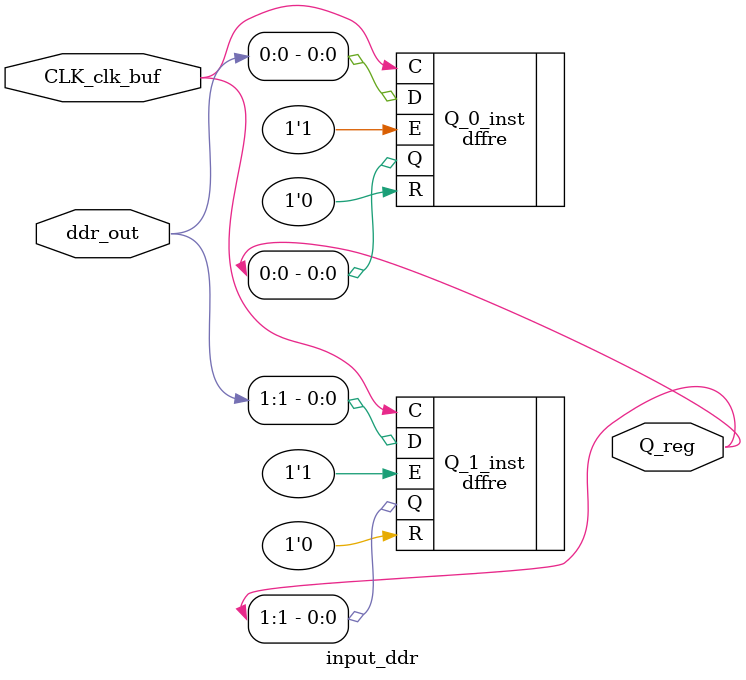
<source format=v>

`timescale 1ns/1ps
module input_ddr (
    input [1:0] ddr_out, 
    output [1:0] Q_reg, 
    input CLK_clk_buf) ;
    (* src="input_ddr_rtl.v:6" *) wire D_i_buf ; 
    (* src="input_ddr_rtl.v:7" *) wire CLK_i_buf ; 
    (* src="input_ddr_rtl.v:7" *) wire CLK_clk_buf ; 
    (* src="input_ddr_rtl.v:12" *) wire [1:0] Q_reg ; 
    (* src="input_ddr_rtl.v:12" *) wire [1:0] ddr_out ; 
    (* src="input_ddr_rtl.v:14" *) dffre Q_0_inst (.D(ddr_out[0]), .R(1'b0), .E(1'b1), .C(CLK_clk_buf), .Q(Q_reg[0])) ; 
    (* src="input_ddr_rtl.v:14" *) dffre Q_1_inst (.D(ddr_out[1]), .R(1'b0), .E(1'b1), .C(CLK_clk_buf), .Q(Q_reg[1])) ; 
endmodule



</source>
